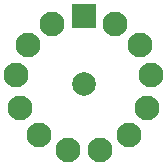
<source format=gbs>
G04 #@! TF.GenerationSoftware,KiCad,Pcbnew,8.0.7*
G04 #@! TF.CreationDate,2025-01-27T18:49:31+01:00*
G04 #@! TF.ProjectId,Socket,536f636b-6574-42e6-9b69-6361645f7063,rev?*
G04 #@! TF.SameCoordinates,Original*
G04 #@! TF.FileFunction,Soldermask,Bot*
G04 #@! TF.FilePolarity,Negative*
%FSLAX46Y46*%
G04 Gerber Fmt 4.6, Leading zero omitted, Abs format (unit mm)*
G04 Created by KiCad (PCBNEW 8.0.7) date 2025-01-27 18:49:31*
%MOMM*%
%LPD*%
G01*
G04 APERTURE LIST*
G04 Aperture macros list*
%AMRoundRect*
0 Rectangle with rounded corners*
0 $1 Rounding radius*
0 $2 $3 $4 $5 $6 $7 $8 $9 X,Y pos of 4 corners*
0 Add a 4 corners polygon primitive as box body*
4,1,4,$2,$3,$4,$5,$6,$7,$8,$9,$2,$3,0*
0 Add four circle primitives for the rounded corners*
1,1,$1+$1,$2,$3*
1,1,$1+$1,$4,$5*
1,1,$1+$1,$6,$7*
1,1,$1+$1,$8,$9*
0 Add four rect primitives between the rounded corners*
20,1,$1+$1,$2,$3,$4,$5,0*
20,1,$1+$1,$4,$5,$6,$7,0*
20,1,$1+$1,$6,$7,$8,$9,0*
20,1,$1+$1,$8,$9,$2,$3,0*%
G04 Aperture macros list end*
%ADD10C,2.000000*%
%ADD11RoundRect,0.050000X-1.000000X-1.000000X1.000000X-1.000000X1.000000X1.000000X-1.000000X1.000000X0*%
%ADD12C,2.100000*%
G04 APERTURE END LIST*
D10*
X7620000Y8890000D03*
D11*
X7620000Y14640000D03*
D12*
X10292158Y13981372D03*
X12352157Y12156372D03*
X13328076Y9583086D03*
X12996343Y6851022D03*
X11432955Y4586063D03*
X8996065Y3307085D03*
X6243935Y3307085D03*
X3807045Y4586063D03*
X2243657Y6851022D03*
X1911924Y9583086D03*
X2887843Y12156372D03*
X4947842Y13981372D03*
M02*

</source>
